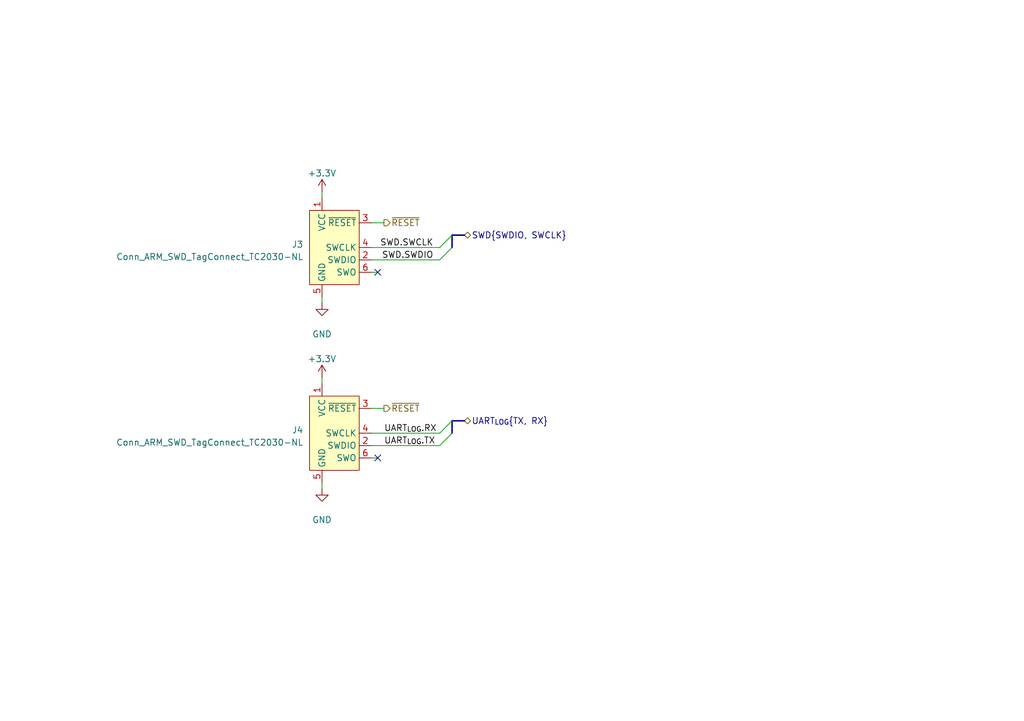
<source format=kicad_sch>
(kicad_sch (version 20230121) (generator eeschema)
  (paper "A5")
  (lib_symbols
    (symbol "Connector:Conn_ARM_SWD_TagConnect_TC2030-NL" (in_bom no)
      (property "Reference" "J" (at 2.54 11.43 0))
      (property "Value" "Conn_ARM_SWD_TagConnect_TC2030-NL" (at 2.54 8.89 0))
      (symbol "Conn_ARM_SWD_TagConnect_TC2030-NL_0_0"
        (pin power_in line (at -2.54 10.16 270) (length 2.54) (name "VCC") (number "1"))
        (pin bidirectional line (at 7.62 -2.54 180) (length 2.54) (name "SWDIO") (number "2"))
        (pin open_collector line (at 7.62 5.08 180) (length 2.54) (name "~{RESET}") (number "3"))
        (pin output line (at 7.62 0 180) (length 2.54) (name "SWCLK") (number "4"))
        (pin power_in line (at -2.54 -10.16 90) (length 2.54) (name "GND") (number "5"))
        (pin input line (at 7.62 -5.08 180) (length 2.54) (name "SWO") (number "6"))
      )
      (symbol "Conn_ARM_SWD_TagConnect_TC2030-NL_0_1"
        (rectangle (start -5.08 7.62) (end 5.08 -7.62) (fill (type background)))
      )
    )
    (symbol "power:+3.3V" (power) (pin_names (offset 0))
      (property "Value" "+3.3V" (at 0 3.556 0))
      (symbol "+3.3V_0_1"
        (polyline (pts (xy -0.762 1.27) (xy 0 2.54)))
        (polyline (pts (xy 0 0) (xy 0 2.54)))
        (polyline (pts (xy 0 2.54) (xy 0.762 1.27)))
      )
      (symbol "+3.3V_1_1"
        (pin power_in line (at 0 0 90) (length 0) hide (name "+3.3V") (number "1"))
      )
    )
    (symbol "power:GND" (power) (pin_names (offset 0))
      (property "Value" "GND" (at 0 -3.81 0))
      (symbol "GND_0_1"
        (polyline (pts (xy 0 0) (xy 0 -1.27) (xy 1.27 -1.27) (xy 0 -2.54) (xy -1.27 -1.27) (xy 0 -1.27)))
      )
      (symbol "GND_1_1"
        (pin power_in line (at 0 0 270) (length 0) hide (name "GND") (number "1"))
      )
    )
  )
  (no_connect (at 77.47 55.88))
  (no_connect (at 77.47 93.98))
  (bus_entry (at 92.71 88.9) (size -2.54 2.54))
  (bus_entry (at 92.71 48.26) (size -2.54 2.54))
  (bus_entry (at 92.71 86.36) (size -2.54 2.54))
  (bus_entry (at 92.71 50.8) (size -2.54 2.54))
  (wire (pts (xy 76.2 83.82) (xy 78.74 83.82)))
  (wire (pts (xy 66.04 60.96) (xy 66.04 62.23)))
  (bus (pts (xy 92.71 48.26) (xy 92.71 50.8)))
  (wire (pts (xy 76.2 93.98) (xy 77.47 93.98)))
  (bus (pts (xy 95.25 86.36) (xy 92.71 86.36)))
  (wire (pts (xy 76.2 45.72) (xy 78.74 45.72)))
  (wire (pts (xy 66.04 99.06) (xy 66.04 100.33)))
  (wire (pts (xy 66.04 77.47) (xy 66.04 78.74)))
  (wire (pts (xy 76.2 50.8) (xy 90.17 50.8)))
  (wire (pts (xy 76.2 53.34) (xy 90.17 53.34)))
  (bus (pts (xy 95.25 48.26) (xy 92.71 48.26)))
  (bus (pts (xy 92.71 86.36) (xy 92.71 88.9)))
  (wire (pts (xy 66.04 39.37) (xy 66.04 40.64)))
  (wire (pts (xy 76.2 91.44) (xy 90.17 91.44)))
  (wire (pts (xy 76.2 55.88) (xy 77.47 55.88)))
  (wire (pts (xy 76.2 88.9) (xy 90.17 88.9)))
  (label "SWD.SWDIO" (at 88.9 53.34 180))
  (label "UART_{LOG}.TX" (at 78.74 91.44 0))
  (label "UART_{LOG}.RX" (at 78.74 88.9 0))
  (label "SWD.SWCLK" (at 88.9 50.8 180))
  (hierarchical_label "~{RESET}" (shape output) (at 78.74 45.72 0))
  (hierarchical_label "~{RESET}" (shape output) (at 78.74 83.82 0))
  (hierarchical_label "UART_{LOG}{TX, RX}" (shape bidirectional) (at 95.25 86.36 0))
  (hierarchical_label "SWD{SWDIO, SWCLK}" (shape bidirectional) (at 95.25 48.26 0))
  (symbol (lib_id "power:GND") (at 66.04 62.23 0) (unit 1)
    (property "Reference" "#PWR033" (effects hide))
    (property "Value" "GND" (at 66.04 68.58 0))
  )
  (symbol (lib_id "Connector:Conn_ARM_SWD_TagConnect_TC2030-NL") (at 68.58 50.8 0) (unit 1)
    (property "Reference" "J3" (at 62.23 50.165 0) (effects (justify right)))
    (property "Value" "Conn_ARM_SWD_TagConnect_TC2030-NL" (at 62.23 52.705 0) (effects (justify right)))
    (property "Footprint" "Connector:Tag-Connect_TC2030-IDC-NL_2x03_P1.27mm_Vertical" (effects hide))
    (property "Datasheet" "https://www.tag-connect.com/wp-content/uploads/bsk-pdf-manager/TC2030-CTX_1.pdf" (effects hide))
  )
  (symbol (lib_id "power:+3.3V") (at 66.04 77.47 0) (unit 1)
    (property "Reference" "#PWR013" (effects hide))
    (property "Value" "+3.3V" (at 66.04 73.66 0))
    (instances (project "rtl872xd-dev-board" (path "" (reference "#PWR013") (unit 1)) (path "" (reference "#PWR027") (unit 1)) (path "" (reference "#PWR034") (unit 1))))
  )
  (symbol (lib_id "Connector:Conn_ARM_SWD_TagConnect_TC2030-NL") (at 68.58 88.9 0) (unit 1)
    (property "Reference" "J4" (at 62.23 88.265 0) (effects (justify right)))
    (property "Value" "Conn_ARM_SWD_TagConnect_TC2030-NL" (at 62.23 90.805 0) (effects (justify right)))
    (property "Footprint" "Connector:Tag-Connect_TC2030-IDC-NL_2x03_P1.27mm_Vertical" (effects hide))
    (property "Datasheet" "https://www.tag-connect.com/wp-content/uploads/bsk-pdf-manager/TC2030-CTX_1.pdf" (effects hide))
  )
  (symbol (lib_id "power:GND") (at 66.04 100.33 0) (unit 1)
    (property "Reference" "#PWR034" (effects hide))
    (property "Value" "GND" (at 66.04 106.68 0))
    (instances (project "rtl872xd-dev-board" (path "" (reference "#PWR034") (unit 1)) (path "" (reference "#PWR035") (unit 1))))
  )
  (symbol (lib_id "power:+3.3V") (at 66.04 39.37 0) (unit 1)
    (property "Reference" "#PWR013" (effects hide))
    (property "Value" "+3.3V" (at 66.04 35.56 0))
    (instances (project "rtl872xd-dev-board" (path "" (reference "#PWR013") (unit 1)) (path "" (reference "#PWR035") (unit 1)) (path "" (reference "#PWR027") (unit 1))))
  )
)
</source>
